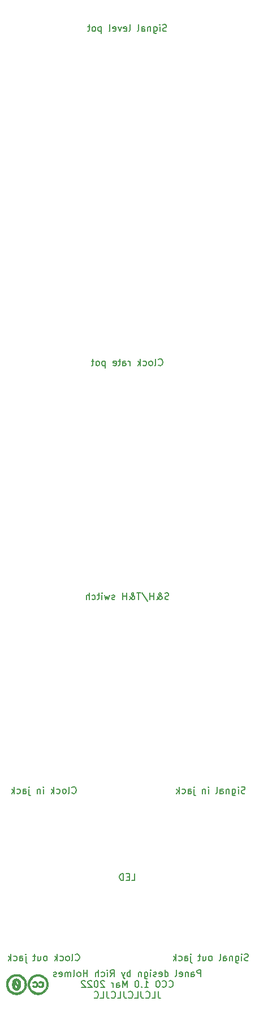
<source format=gbo>
G04 #@! TF.GenerationSoftware,KiCad,Pcbnew,6.0.4-6f826c9f35~116~ubuntu20.04.1*
G04 #@! TF.CreationDate,2022-04-20T21:21:03-04:00*
G04 #@! TF.ProjectId,yash_panel,79617368-5f70-4616-9e65-6c2e6b696361,rev?*
G04 #@! TF.SameCoordinates,Original*
G04 #@! TF.FileFunction,Legend,Bot*
G04 #@! TF.FilePolarity,Positive*
%FSLAX46Y46*%
G04 Gerber Fmt 4.6, Leading zero omitted, Abs format (unit mm)*
G04 Created by KiCad (PCBNEW 6.0.4-6f826c9f35~116~ubuntu20.04.1) date 2022-04-20 21:21:03*
%MOMM*%
%LPD*%
G01*
G04 APERTURE LIST*
%ADD10C,0.150000*%
%ADD11C,0.010000*%
G04 APERTURE END LIST*
D10*
X46957142Y-55004761D02*
X46814285Y-55052380D01*
X46576190Y-55052380D01*
X46480952Y-55004761D01*
X46433333Y-54957142D01*
X46385714Y-54861904D01*
X46385714Y-54766666D01*
X46433333Y-54671428D01*
X46480952Y-54623809D01*
X46576190Y-54576190D01*
X46766666Y-54528571D01*
X46861904Y-54480952D01*
X46909523Y-54433333D01*
X46957142Y-54338095D01*
X46957142Y-54242857D01*
X46909523Y-54147619D01*
X46861904Y-54100000D01*
X46766666Y-54052380D01*
X46528571Y-54052380D01*
X46385714Y-54100000D01*
X45957142Y-55052380D02*
X45957142Y-54385714D01*
X45957142Y-54052380D02*
X46004761Y-54100000D01*
X45957142Y-54147619D01*
X45909523Y-54100000D01*
X45957142Y-54052380D01*
X45957142Y-54147619D01*
X45052380Y-54385714D02*
X45052380Y-55195238D01*
X45100000Y-55290476D01*
X45147619Y-55338095D01*
X45242857Y-55385714D01*
X45385714Y-55385714D01*
X45480952Y-55338095D01*
X45052380Y-55004761D02*
X45147619Y-55052380D01*
X45338095Y-55052380D01*
X45433333Y-55004761D01*
X45480952Y-54957142D01*
X45528571Y-54861904D01*
X45528571Y-54576190D01*
X45480952Y-54480952D01*
X45433333Y-54433333D01*
X45338095Y-54385714D01*
X45147619Y-54385714D01*
X45052380Y-54433333D01*
X44576190Y-54385714D02*
X44576190Y-55052380D01*
X44576190Y-54480952D02*
X44528571Y-54433333D01*
X44433333Y-54385714D01*
X44290476Y-54385714D01*
X44195238Y-54433333D01*
X44147619Y-54528571D01*
X44147619Y-55052380D01*
X43242857Y-55052380D02*
X43242857Y-54528571D01*
X43290476Y-54433333D01*
X43385714Y-54385714D01*
X43576190Y-54385714D01*
X43671428Y-54433333D01*
X43242857Y-55004761D02*
X43338095Y-55052380D01*
X43576190Y-55052380D01*
X43671428Y-55004761D01*
X43719047Y-54909523D01*
X43719047Y-54814285D01*
X43671428Y-54719047D01*
X43576190Y-54671428D01*
X43338095Y-54671428D01*
X43242857Y-54623809D01*
X42623809Y-55052380D02*
X42719047Y-55004761D01*
X42766666Y-54909523D01*
X42766666Y-54052380D01*
X41338095Y-55052380D02*
X41433333Y-55004761D01*
X41480952Y-54909523D01*
X41480952Y-54052380D01*
X40576190Y-55004761D02*
X40671428Y-55052380D01*
X40861904Y-55052380D01*
X40957142Y-55004761D01*
X41004761Y-54909523D01*
X41004761Y-54528571D01*
X40957142Y-54433333D01*
X40861904Y-54385714D01*
X40671428Y-54385714D01*
X40576190Y-54433333D01*
X40528571Y-54528571D01*
X40528571Y-54623809D01*
X41004761Y-54719047D01*
X40195238Y-54385714D02*
X39957142Y-55052380D01*
X39719047Y-54385714D01*
X38957142Y-55004761D02*
X39052380Y-55052380D01*
X39242857Y-55052380D01*
X39338095Y-55004761D01*
X39385714Y-54909523D01*
X39385714Y-54528571D01*
X39338095Y-54433333D01*
X39242857Y-54385714D01*
X39052380Y-54385714D01*
X38957142Y-54433333D01*
X38909523Y-54528571D01*
X38909523Y-54623809D01*
X39385714Y-54719047D01*
X38338095Y-55052380D02*
X38433333Y-55004761D01*
X38480952Y-54909523D01*
X38480952Y-54052380D01*
X37195238Y-54385714D02*
X37195238Y-55385714D01*
X37195238Y-54433333D02*
X37100000Y-54385714D01*
X36909523Y-54385714D01*
X36814285Y-54433333D01*
X36766666Y-54480952D01*
X36719047Y-54576190D01*
X36719047Y-54861904D01*
X36766666Y-54957142D01*
X36814285Y-55004761D01*
X36909523Y-55052380D01*
X37100000Y-55052380D01*
X37195238Y-55004761D01*
X36147619Y-55052380D02*
X36242857Y-55004761D01*
X36290476Y-54957142D01*
X36338095Y-54861904D01*
X36338095Y-54576190D01*
X36290476Y-54480952D01*
X36242857Y-54433333D01*
X36147619Y-54385714D01*
X36004761Y-54385714D01*
X35909523Y-54433333D01*
X35861904Y-54480952D01*
X35814285Y-54576190D01*
X35814285Y-54861904D01*
X35861904Y-54957142D01*
X35909523Y-55004761D01*
X36004761Y-55052380D01*
X36147619Y-55052380D01*
X35528571Y-54385714D02*
X35147619Y-54385714D01*
X35385714Y-54052380D02*
X35385714Y-54909523D01*
X35338095Y-55004761D01*
X35242857Y-55052380D01*
X35147619Y-55052380D01*
X32814285Y-168957142D02*
X32861904Y-169004761D01*
X33004761Y-169052380D01*
X33100000Y-169052380D01*
X33242857Y-169004761D01*
X33338095Y-168909523D01*
X33385714Y-168814285D01*
X33433333Y-168623809D01*
X33433333Y-168480952D01*
X33385714Y-168290476D01*
X33338095Y-168195238D01*
X33242857Y-168100000D01*
X33100000Y-168052380D01*
X33004761Y-168052380D01*
X32861904Y-168100000D01*
X32814285Y-168147619D01*
X32242857Y-169052380D02*
X32338095Y-169004761D01*
X32385714Y-168909523D01*
X32385714Y-168052380D01*
X31719047Y-169052380D02*
X31814285Y-169004761D01*
X31861904Y-168957142D01*
X31909523Y-168861904D01*
X31909523Y-168576190D01*
X31861904Y-168480952D01*
X31814285Y-168433333D01*
X31719047Y-168385714D01*
X31576190Y-168385714D01*
X31480952Y-168433333D01*
X31433333Y-168480952D01*
X31385714Y-168576190D01*
X31385714Y-168861904D01*
X31433333Y-168957142D01*
X31480952Y-169004761D01*
X31576190Y-169052380D01*
X31719047Y-169052380D01*
X30528571Y-169004761D02*
X30623809Y-169052380D01*
X30814285Y-169052380D01*
X30909523Y-169004761D01*
X30957142Y-168957142D01*
X31004761Y-168861904D01*
X31004761Y-168576190D01*
X30957142Y-168480952D01*
X30909523Y-168433333D01*
X30814285Y-168385714D01*
X30623809Y-168385714D01*
X30528571Y-168433333D01*
X30100000Y-169052380D02*
X30100000Y-168052380D01*
X30004761Y-168671428D02*
X29719047Y-169052380D01*
X29719047Y-168385714D02*
X30100000Y-168766666D01*
X28528571Y-169052380D02*
X28528571Y-168385714D01*
X28528571Y-168052380D02*
X28576190Y-168100000D01*
X28528571Y-168147619D01*
X28480952Y-168100000D01*
X28528571Y-168052380D01*
X28528571Y-168147619D01*
X28052380Y-168385714D02*
X28052380Y-169052380D01*
X28052380Y-168480952D02*
X28004761Y-168433333D01*
X27909523Y-168385714D01*
X27766666Y-168385714D01*
X27671428Y-168433333D01*
X27623809Y-168528571D01*
X27623809Y-169052380D01*
X26385714Y-168385714D02*
X26385714Y-169242857D01*
X26433333Y-169338095D01*
X26528571Y-169385714D01*
X26576190Y-169385714D01*
X26385714Y-168052380D02*
X26433333Y-168100000D01*
X26385714Y-168147619D01*
X26338095Y-168100000D01*
X26385714Y-168052380D01*
X26385714Y-168147619D01*
X25480952Y-169052380D02*
X25480952Y-168528571D01*
X25528571Y-168433333D01*
X25623809Y-168385714D01*
X25814285Y-168385714D01*
X25909523Y-168433333D01*
X25480952Y-169004761D02*
X25576190Y-169052380D01*
X25814285Y-169052380D01*
X25909523Y-169004761D01*
X25957142Y-168909523D01*
X25957142Y-168814285D01*
X25909523Y-168719047D01*
X25814285Y-168671428D01*
X25576190Y-168671428D01*
X25480952Y-168623809D01*
X24576190Y-169004761D02*
X24671428Y-169052380D01*
X24861904Y-169052380D01*
X24957142Y-169004761D01*
X25004761Y-168957142D01*
X25052380Y-168861904D01*
X25052380Y-168576190D01*
X25004761Y-168480952D01*
X24957142Y-168433333D01*
X24861904Y-168385714D01*
X24671428Y-168385714D01*
X24576190Y-168433333D01*
X24147619Y-169052380D02*
X24147619Y-168052380D01*
X24052380Y-168671428D02*
X23766666Y-169052380D01*
X23766666Y-168385714D02*
X24147619Y-168766666D01*
X33314285Y-193957142D02*
X33361904Y-194004761D01*
X33504761Y-194052380D01*
X33600000Y-194052380D01*
X33742857Y-194004761D01*
X33838095Y-193909523D01*
X33885714Y-193814285D01*
X33933333Y-193623809D01*
X33933333Y-193480952D01*
X33885714Y-193290476D01*
X33838095Y-193195238D01*
X33742857Y-193100000D01*
X33600000Y-193052380D01*
X33504761Y-193052380D01*
X33361904Y-193100000D01*
X33314285Y-193147619D01*
X32742857Y-194052380D02*
X32838095Y-194004761D01*
X32885714Y-193909523D01*
X32885714Y-193052380D01*
X32219047Y-194052380D02*
X32314285Y-194004761D01*
X32361904Y-193957142D01*
X32409523Y-193861904D01*
X32409523Y-193576190D01*
X32361904Y-193480952D01*
X32314285Y-193433333D01*
X32219047Y-193385714D01*
X32076190Y-193385714D01*
X31980952Y-193433333D01*
X31933333Y-193480952D01*
X31885714Y-193576190D01*
X31885714Y-193861904D01*
X31933333Y-193957142D01*
X31980952Y-194004761D01*
X32076190Y-194052380D01*
X32219047Y-194052380D01*
X31028571Y-194004761D02*
X31123809Y-194052380D01*
X31314285Y-194052380D01*
X31409523Y-194004761D01*
X31457142Y-193957142D01*
X31504761Y-193861904D01*
X31504761Y-193576190D01*
X31457142Y-193480952D01*
X31409523Y-193433333D01*
X31314285Y-193385714D01*
X31123809Y-193385714D01*
X31028571Y-193433333D01*
X30600000Y-194052380D02*
X30600000Y-193052380D01*
X30504761Y-193671428D02*
X30219047Y-194052380D01*
X30219047Y-193385714D02*
X30600000Y-193766666D01*
X28885714Y-194052380D02*
X28980952Y-194004761D01*
X29028571Y-193957142D01*
X29076190Y-193861904D01*
X29076190Y-193576190D01*
X29028571Y-193480952D01*
X28980952Y-193433333D01*
X28885714Y-193385714D01*
X28742857Y-193385714D01*
X28647619Y-193433333D01*
X28600000Y-193480952D01*
X28552380Y-193576190D01*
X28552380Y-193861904D01*
X28600000Y-193957142D01*
X28647619Y-194004761D01*
X28742857Y-194052380D01*
X28885714Y-194052380D01*
X27695238Y-193385714D02*
X27695238Y-194052380D01*
X28123809Y-193385714D02*
X28123809Y-193909523D01*
X28076190Y-194004761D01*
X27980952Y-194052380D01*
X27838095Y-194052380D01*
X27742857Y-194004761D01*
X27695238Y-193957142D01*
X27361904Y-193385714D02*
X26980952Y-193385714D01*
X27219047Y-193052380D02*
X27219047Y-193909523D01*
X27171428Y-194004761D01*
X27076190Y-194052380D01*
X26980952Y-194052380D01*
X25885714Y-193385714D02*
X25885714Y-194242857D01*
X25933333Y-194338095D01*
X26028571Y-194385714D01*
X26076190Y-194385714D01*
X25885714Y-193052380D02*
X25933333Y-193100000D01*
X25885714Y-193147619D01*
X25838095Y-193100000D01*
X25885714Y-193052380D01*
X25885714Y-193147619D01*
X24980952Y-194052380D02*
X24980952Y-193528571D01*
X25028571Y-193433333D01*
X25123809Y-193385714D01*
X25314285Y-193385714D01*
X25409523Y-193433333D01*
X24980952Y-194004761D02*
X25076190Y-194052380D01*
X25314285Y-194052380D01*
X25409523Y-194004761D01*
X25457142Y-193909523D01*
X25457142Y-193814285D01*
X25409523Y-193719047D01*
X25314285Y-193671428D01*
X25076190Y-193671428D01*
X24980952Y-193623809D01*
X24076190Y-194004761D02*
X24171428Y-194052380D01*
X24361904Y-194052380D01*
X24457142Y-194004761D01*
X24504761Y-193957142D01*
X24552380Y-193861904D01*
X24552380Y-193576190D01*
X24504761Y-193480952D01*
X24457142Y-193433333D01*
X24361904Y-193385714D01*
X24171428Y-193385714D01*
X24076190Y-193433333D01*
X23647619Y-194052380D02*
X23647619Y-193052380D01*
X23552380Y-193671428D02*
X23266666Y-194052380D01*
X23266666Y-193385714D02*
X23647619Y-193766666D01*
X47290476Y-140004761D02*
X47147619Y-140052380D01*
X46909523Y-140052380D01*
X46814285Y-140004761D01*
X46766666Y-139957142D01*
X46719047Y-139861904D01*
X46719047Y-139766666D01*
X46766666Y-139671428D01*
X46814285Y-139623809D01*
X46909523Y-139576190D01*
X47100000Y-139528571D01*
X47195238Y-139480952D01*
X47242857Y-139433333D01*
X47290476Y-139338095D01*
X47290476Y-139242857D01*
X47242857Y-139147619D01*
X47195238Y-139100000D01*
X47100000Y-139052380D01*
X46861904Y-139052380D01*
X46719047Y-139100000D01*
X45480952Y-140052380D02*
X45528571Y-140052380D01*
X45623809Y-140004761D01*
X45766666Y-139861904D01*
X46004761Y-139576190D01*
X46100000Y-139433333D01*
X46147619Y-139290476D01*
X46147619Y-139195238D01*
X46100000Y-139100000D01*
X46004761Y-139052380D01*
X45957142Y-139052380D01*
X45861904Y-139100000D01*
X45814285Y-139195238D01*
X45814285Y-139242857D01*
X45861904Y-139338095D01*
X45909523Y-139385714D01*
X46195238Y-139576190D01*
X46242857Y-139623809D01*
X46290476Y-139719047D01*
X46290476Y-139861904D01*
X46242857Y-139957142D01*
X46195238Y-140004761D01*
X46100000Y-140052380D01*
X45957142Y-140052380D01*
X45861904Y-140004761D01*
X45814285Y-139957142D01*
X45671428Y-139766666D01*
X45623809Y-139623809D01*
X45623809Y-139528571D01*
X45052380Y-140052380D02*
X45052380Y-139052380D01*
X45052380Y-139528571D02*
X44480952Y-139528571D01*
X44480952Y-140052380D02*
X44480952Y-139052380D01*
X43290476Y-139004761D02*
X44147619Y-140290476D01*
X43100000Y-139052380D02*
X42528571Y-139052380D01*
X42814285Y-140052380D02*
X42814285Y-139052380D01*
X41385714Y-140052380D02*
X41433333Y-140052380D01*
X41528571Y-140004761D01*
X41671428Y-139861904D01*
X41909523Y-139576190D01*
X42004761Y-139433333D01*
X42052380Y-139290476D01*
X42052380Y-139195238D01*
X42004761Y-139100000D01*
X41909523Y-139052380D01*
X41861904Y-139052380D01*
X41766666Y-139100000D01*
X41719047Y-139195238D01*
X41719047Y-139242857D01*
X41766666Y-139338095D01*
X41814285Y-139385714D01*
X42100000Y-139576190D01*
X42147619Y-139623809D01*
X42195238Y-139719047D01*
X42195238Y-139861904D01*
X42147619Y-139957142D01*
X42100000Y-140004761D01*
X42004761Y-140052380D01*
X41861904Y-140052380D01*
X41766666Y-140004761D01*
X41719047Y-139957142D01*
X41576190Y-139766666D01*
X41528571Y-139623809D01*
X41528571Y-139528571D01*
X40957142Y-140052380D02*
X40957142Y-139052380D01*
X40957142Y-139528571D02*
X40385714Y-139528571D01*
X40385714Y-140052380D02*
X40385714Y-139052380D01*
X39195238Y-140004761D02*
X39100000Y-140052380D01*
X38909523Y-140052380D01*
X38814285Y-140004761D01*
X38766666Y-139909523D01*
X38766666Y-139861904D01*
X38814285Y-139766666D01*
X38909523Y-139719047D01*
X39052380Y-139719047D01*
X39147619Y-139671428D01*
X39195238Y-139576190D01*
X39195238Y-139528571D01*
X39147619Y-139433333D01*
X39052380Y-139385714D01*
X38909523Y-139385714D01*
X38814285Y-139433333D01*
X38433333Y-139385714D02*
X38242857Y-140052380D01*
X38052380Y-139576190D01*
X37861904Y-140052380D01*
X37671428Y-139385714D01*
X37290476Y-140052380D02*
X37290476Y-139385714D01*
X37290476Y-139052380D02*
X37338095Y-139100000D01*
X37290476Y-139147619D01*
X37242857Y-139100000D01*
X37290476Y-139052380D01*
X37290476Y-139147619D01*
X36957142Y-139385714D02*
X36576190Y-139385714D01*
X36814285Y-139052380D02*
X36814285Y-139909523D01*
X36766666Y-140004761D01*
X36671428Y-140052380D01*
X36576190Y-140052380D01*
X35814285Y-140004761D02*
X35909523Y-140052380D01*
X36100000Y-140052380D01*
X36195238Y-140004761D01*
X36242857Y-139957142D01*
X36290476Y-139861904D01*
X36290476Y-139576190D01*
X36242857Y-139480952D01*
X36195238Y-139433333D01*
X36100000Y-139385714D01*
X35909523Y-139385714D01*
X35814285Y-139433333D01*
X35385714Y-140052380D02*
X35385714Y-139052380D01*
X34957142Y-140052380D02*
X34957142Y-139528571D01*
X35004761Y-139433333D01*
X35100000Y-139385714D01*
X35242857Y-139385714D01*
X35338095Y-139433333D01*
X35385714Y-139480952D01*
X41742857Y-182052380D02*
X42219047Y-182052380D01*
X42219047Y-181052380D01*
X41409523Y-181528571D02*
X41076190Y-181528571D01*
X40933333Y-182052380D02*
X41409523Y-182052380D01*
X41409523Y-181052380D01*
X40933333Y-181052380D01*
X40504761Y-182052380D02*
X40504761Y-181052380D01*
X40266666Y-181052380D01*
X40123809Y-181100000D01*
X40028571Y-181195238D01*
X39980952Y-181290476D01*
X39933333Y-181480952D01*
X39933333Y-181623809D01*
X39980952Y-181814285D01*
X40028571Y-181909523D01*
X40123809Y-182004761D01*
X40266666Y-182052380D01*
X40504761Y-182052380D01*
X52100000Y-196442380D02*
X52100000Y-195442380D01*
X51719047Y-195442380D01*
X51623809Y-195490000D01*
X51576190Y-195537619D01*
X51528571Y-195632857D01*
X51528571Y-195775714D01*
X51576190Y-195870952D01*
X51623809Y-195918571D01*
X51719047Y-195966190D01*
X52100000Y-195966190D01*
X50671428Y-196442380D02*
X50671428Y-195918571D01*
X50719047Y-195823333D01*
X50814285Y-195775714D01*
X51004761Y-195775714D01*
X51100000Y-195823333D01*
X50671428Y-196394761D02*
X50766666Y-196442380D01*
X51004761Y-196442380D01*
X51100000Y-196394761D01*
X51147619Y-196299523D01*
X51147619Y-196204285D01*
X51100000Y-196109047D01*
X51004761Y-196061428D01*
X50766666Y-196061428D01*
X50671428Y-196013809D01*
X50195238Y-195775714D02*
X50195238Y-196442380D01*
X50195238Y-195870952D02*
X50147619Y-195823333D01*
X50052380Y-195775714D01*
X49909523Y-195775714D01*
X49814285Y-195823333D01*
X49766666Y-195918571D01*
X49766666Y-196442380D01*
X48909523Y-196394761D02*
X49004761Y-196442380D01*
X49195238Y-196442380D01*
X49290476Y-196394761D01*
X49338095Y-196299523D01*
X49338095Y-195918571D01*
X49290476Y-195823333D01*
X49195238Y-195775714D01*
X49004761Y-195775714D01*
X48909523Y-195823333D01*
X48861904Y-195918571D01*
X48861904Y-196013809D01*
X49338095Y-196109047D01*
X48290476Y-196442380D02*
X48385714Y-196394761D01*
X48433333Y-196299523D01*
X48433333Y-195442380D01*
X46719047Y-196442380D02*
X46719047Y-195442380D01*
X46719047Y-196394761D02*
X46814285Y-196442380D01*
X47004761Y-196442380D01*
X47100000Y-196394761D01*
X47147619Y-196347142D01*
X47195238Y-196251904D01*
X47195238Y-195966190D01*
X47147619Y-195870952D01*
X47100000Y-195823333D01*
X47004761Y-195775714D01*
X46814285Y-195775714D01*
X46719047Y-195823333D01*
X45861904Y-196394761D02*
X45957142Y-196442380D01*
X46147619Y-196442380D01*
X46242857Y-196394761D01*
X46290476Y-196299523D01*
X46290476Y-195918571D01*
X46242857Y-195823333D01*
X46147619Y-195775714D01*
X45957142Y-195775714D01*
X45861904Y-195823333D01*
X45814285Y-195918571D01*
X45814285Y-196013809D01*
X46290476Y-196109047D01*
X45433333Y-196394761D02*
X45338095Y-196442380D01*
X45147619Y-196442380D01*
X45052380Y-196394761D01*
X45004761Y-196299523D01*
X45004761Y-196251904D01*
X45052380Y-196156666D01*
X45147619Y-196109047D01*
X45290476Y-196109047D01*
X45385714Y-196061428D01*
X45433333Y-195966190D01*
X45433333Y-195918571D01*
X45385714Y-195823333D01*
X45290476Y-195775714D01*
X45147619Y-195775714D01*
X45052380Y-195823333D01*
X44576190Y-196442380D02*
X44576190Y-195775714D01*
X44576190Y-195442380D02*
X44623809Y-195490000D01*
X44576190Y-195537619D01*
X44528571Y-195490000D01*
X44576190Y-195442380D01*
X44576190Y-195537619D01*
X43671428Y-195775714D02*
X43671428Y-196585238D01*
X43719047Y-196680476D01*
X43766666Y-196728095D01*
X43861904Y-196775714D01*
X44004761Y-196775714D01*
X44100000Y-196728095D01*
X43671428Y-196394761D02*
X43766666Y-196442380D01*
X43957142Y-196442380D01*
X44052380Y-196394761D01*
X44100000Y-196347142D01*
X44147619Y-196251904D01*
X44147619Y-195966190D01*
X44100000Y-195870952D01*
X44052380Y-195823333D01*
X43957142Y-195775714D01*
X43766666Y-195775714D01*
X43671428Y-195823333D01*
X43195238Y-195775714D02*
X43195238Y-196442380D01*
X43195238Y-195870952D02*
X43147619Y-195823333D01*
X43052380Y-195775714D01*
X42909523Y-195775714D01*
X42814285Y-195823333D01*
X42766666Y-195918571D01*
X42766666Y-196442380D01*
X41528571Y-196442380D02*
X41528571Y-195442380D01*
X41528571Y-195823333D02*
X41433333Y-195775714D01*
X41242857Y-195775714D01*
X41147619Y-195823333D01*
X41100000Y-195870952D01*
X41052380Y-195966190D01*
X41052380Y-196251904D01*
X41100000Y-196347142D01*
X41147619Y-196394761D01*
X41242857Y-196442380D01*
X41433333Y-196442380D01*
X41528571Y-196394761D01*
X40719047Y-195775714D02*
X40480952Y-196442380D01*
X40242857Y-195775714D02*
X40480952Y-196442380D01*
X40576190Y-196680476D01*
X40623809Y-196728095D01*
X40719047Y-196775714D01*
X38528571Y-196442380D02*
X38861904Y-195966190D01*
X39100000Y-196442380D02*
X39100000Y-195442380D01*
X38719047Y-195442380D01*
X38623809Y-195490000D01*
X38576190Y-195537619D01*
X38528571Y-195632857D01*
X38528571Y-195775714D01*
X38576190Y-195870952D01*
X38623809Y-195918571D01*
X38719047Y-195966190D01*
X39100000Y-195966190D01*
X38100000Y-196442380D02*
X38100000Y-195775714D01*
X38100000Y-195442380D02*
X38147619Y-195490000D01*
X38100000Y-195537619D01*
X38052380Y-195490000D01*
X38100000Y-195442380D01*
X38100000Y-195537619D01*
X37195238Y-196394761D02*
X37290476Y-196442380D01*
X37480952Y-196442380D01*
X37576190Y-196394761D01*
X37623809Y-196347142D01*
X37671428Y-196251904D01*
X37671428Y-195966190D01*
X37623809Y-195870952D01*
X37576190Y-195823333D01*
X37480952Y-195775714D01*
X37290476Y-195775714D01*
X37195238Y-195823333D01*
X36766666Y-196442380D02*
X36766666Y-195442380D01*
X36338095Y-196442380D02*
X36338095Y-195918571D01*
X36385714Y-195823333D01*
X36480952Y-195775714D01*
X36623809Y-195775714D01*
X36719047Y-195823333D01*
X36766666Y-195870952D01*
X35100000Y-196442380D02*
X35100000Y-195442380D01*
X35100000Y-195918571D02*
X34528571Y-195918571D01*
X34528571Y-196442380D02*
X34528571Y-195442380D01*
X33909523Y-196442380D02*
X34004761Y-196394761D01*
X34052380Y-196347142D01*
X34100000Y-196251904D01*
X34100000Y-195966190D01*
X34052380Y-195870952D01*
X34004761Y-195823333D01*
X33909523Y-195775714D01*
X33766666Y-195775714D01*
X33671428Y-195823333D01*
X33623809Y-195870952D01*
X33576190Y-195966190D01*
X33576190Y-196251904D01*
X33623809Y-196347142D01*
X33671428Y-196394761D01*
X33766666Y-196442380D01*
X33909523Y-196442380D01*
X33004761Y-196442380D02*
X33100000Y-196394761D01*
X33147619Y-196299523D01*
X33147619Y-195442380D01*
X32623809Y-196442380D02*
X32623809Y-195775714D01*
X32623809Y-195870952D02*
X32576190Y-195823333D01*
X32480952Y-195775714D01*
X32338095Y-195775714D01*
X32242857Y-195823333D01*
X32195238Y-195918571D01*
X32195238Y-196442380D01*
X32195238Y-195918571D02*
X32147619Y-195823333D01*
X32052380Y-195775714D01*
X31909523Y-195775714D01*
X31814285Y-195823333D01*
X31766666Y-195918571D01*
X31766666Y-196442380D01*
X30909523Y-196394761D02*
X31004761Y-196442380D01*
X31195238Y-196442380D01*
X31290476Y-196394761D01*
X31338095Y-196299523D01*
X31338095Y-195918571D01*
X31290476Y-195823333D01*
X31195238Y-195775714D01*
X31004761Y-195775714D01*
X30909523Y-195823333D01*
X30861904Y-195918571D01*
X30861904Y-196013809D01*
X31338095Y-196109047D01*
X30480952Y-196394761D02*
X30385714Y-196442380D01*
X30195238Y-196442380D01*
X30100000Y-196394761D01*
X30052380Y-196299523D01*
X30052380Y-196251904D01*
X30100000Y-196156666D01*
X30195238Y-196109047D01*
X30338095Y-196109047D01*
X30433333Y-196061428D01*
X30480952Y-195966190D01*
X30480952Y-195918571D01*
X30433333Y-195823333D01*
X30338095Y-195775714D01*
X30195238Y-195775714D01*
X30100000Y-195823333D01*
X47338095Y-197957142D02*
X47385714Y-198004761D01*
X47528571Y-198052380D01*
X47623809Y-198052380D01*
X47766666Y-198004761D01*
X47861904Y-197909523D01*
X47909523Y-197814285D01*
X47957142Y-197623809D01*
X47957142Y-197480952D01*
X47909523Y-197290476D01*
X47861904Y-197195238D01*
X47766666Y-197100000D01*
X47623809Y-197052380D01*
X47528571Y-197052380D01*
X47385714Y-197100000D01*
X47338095Y-197147619D01*
X46338095Y-197957142D02*
X46385714Y-198004761D01*
X46528571Y-198052380D01*
X46623809Y-198052380D01*
X46766666Y-198004761D01*
X46861904Y-197909523D01*
X46909523Y-197814285D01*
X46957142Y-197623809D01*
X46957142Y-197480952D01*
X46909523Y-197290476D01*
X46861904Y-197195238D01*
X46766666Y-197100000D01*
X46623809Y-197052380D01*
X46528571Y-197052380D01*
X46385714Y-197100000D01*
X46338095Y-197147619D01*
X45719047Y-197052380D02*
X45623809Y-197052380D01*
X45528571Y-197100000D01*
X45480952Y-197147619D01*
X45433333Y-197242857D01*
X45385714Y-197433333D01*
X45385714Y-197671428D01*
X45433333Y-197861904D01*
X45480952Y-197957142D01*
X45528571Y-198004761D01*
X45623809Y-198052380D01*
X45719047Y-198052380D01*
X45814285Y-198004761D01*
X45861904Y-197957142D01*
X45909523Y-197861904D01*
X45957142Y-197671428D01*
X45957142Y-197433333D01*
X45909523Y-197242857D01*
X45861904Y-197147619D01*
X45814285Y-197100000D01*
X45719047Y-197052380D01*
X43671428Y-198052380D02*
X44242857Y-198052380D01*
X43957142Y-198052380D02*
X43957142Y-197052380D01*
X44052380Y-197195238D01*
X44147619Y-197290476D01*
X44242857Y-197338095D01*
X43242857Y-197957142D02*
X43195238Y-198004761D01*
X43242857Y-198052380D01*
X43290476Y-198004761D01*
X43242857Y-197957142D01*
X43242857Y-198052380D01*
X42576190Y-197052380D02*
X42480952Y-197052380D01*
X42385714Y-197100000D01*
X42338095Y-197147619D01*
X42290476Y-197242857D01*
X42242857Y-197433333D01*
X42242857Y-197671428D01*
X42290476Y-197861904D01*
X42338095Y-197957142D01*
X42385714Y-198004761D01*
X42480952Y-198052380D01*
X42576190Y-198052380D01*
X42671428Y-198004761D01*
X42719047Y-197957142D01*
X42766666Y-197861904D01*
X42814285Y-197671428D01*
X42814285Y-197433333D01*
X42766666Y-197242857D01*
X42719047Y-197147619D01*
X42671428Y-197100000D01*
X42576190Y-197052380D01*
X41052380Y-198052380D02*
X41052380Y-197052380D01*
X40719047Y-197766666D01*
X40385714Y-197052380D01*
X40385714Y-198052380D01*
X39480952Y-198052380D02*
X39480952Y-197528571D01*
X39528571Y-197433333D01*
X39623809Y-197385714D01*
X39814285Y-197385714D01*
X39909523Y-197433333D01*
X39480952Y-198004761D02*
X39576190Y-198052380D01*
X39814285Y-198052380D01*
X39909523Y-198004761D01*
X39957142Y-197909523D01*
X39957142Y-197814285D01*
X39909523Y-197719047D01*
X39814285Y-197671428D01*
X39576190Y-197671428D01*
X39480952Y-197623809D01*
X39004761Y-198052380D02*
X39004761Y-197385714D01*
X39004761Y-197576190D02*
X38957142Y-197480952D01*
X38909523Y-197433333D01*
X38814285Y-197385714D01*
X38719047Y-197385714D01*
X37671428Y-197147619D02*
X37623809Y-197100000D01*
X37528571Y-197052380D01*
X37290476Y-197052380D01*
X37195238Y-197100000D01*
X37147619Y-197147619D01*
X37100000Y-197242857D01*
X37100000Y-197338095D01*
X37147619Y-197480952D01*
X37719047Y-198052380D01*
X37100000Y-198052380D01*
X36480952Y-197052380D02*
X36385714Y-197052380D01*
X36290476Y-197100000D01*
X36242857Y-197147619D01*
X36195238Y-197242857D01*
X36147619Y-197433333D01*
X36147619Y-197671428D01*
X36195238Y-197861904D01*
X36242857Y-197957142D01*
X36290476Y-198004761D01*
X36385714Y-198052380D01*
X36480952Y-198052380D01*
X36576190Y-198004761D01*
X36623809Y-197957142D01*
X36671428Y-197861904D01*
X36719047Y-197671428D01*
X36719047Y-197433333D01*
X36671428Y-197242857D01*
X36623809Y-197147619D01*
X36576190Y-197100000D01*
X36480952Y-197052380D01*
X35766666Y-197147619D02*
X35719047Y-197100000D01*
X35623809Y-197052380D01*
X35385714Y-197052380D01*
X35290476Y-197100000D01*
X35242857Y-197147619D01*
X35195238Y-197242857D01*
X35195238Y-197338095D01*
X35242857Y-197480952D01*
X35814285Y-198052380D01*
X35195238Y-198052380D01*
X34814285Y-197147619D02*
X34766666Y-197100000D01*
X34671428Y-197052380D01*
X34433333Y-197052380D01*
X34338095Y-197100000D01*
X34290476Y-197147619D01*
X34242857Y-197242857D01*
X34242857Y-197338095D01*
X34290476Y-197480952D01*
X34861904Y-198052380D01*
X34242857Y-198052380D01*
X45719047Y-198662380D02*
X45719047Y-199376666D01*
X45766666Y-199519523D01*
X45861904Y-199614761D01*
X46004761Y-199662380D01*
X46100000Y-199662380D01*
X44766666Y-199662380D02*
X45242857Y-199662380D01*
X45242857Y-198662380D01*
X43861904Y-199567142D02*
X43909523Y-199614761D01*
X44052380Y-199662380D01*
X44147619Y-199662380D01*
X44290476Y-199614761D01*
X44385714Y-199519523D01*
X44433333Y-199424285D01*
X44480952Y-199233809D01*
X44480952Y-199090952D01*
X44433333Y-198900476D01*
X44385714Y-198805238D01*
X44290476Y-198710000D01*
X44147619Y-198662380D01*
X44052380Y-198662380D01*
X43909523Y-198710000D01*
X43861904Y-198757619D01*
X43147619Y-198662380D02*
X43147619Y-199376666D01*
X43195238Y-199519523D01*
X43290476Y-199614761D01*
X43433333Y-199662380D01*
X43528571Y-199662380D01*
X42195238Y-199662380D02*
X42671428Y-199662380D01*
X42671428Y-198662380D01*
X41290476Y-199567142D02*
X41338095Y-199614761D01*
X41480952Y-199662380D01*
X41576190Y-199662380D01*
X41719047Y-199614761D01*
X41814285Y-199519523D01*
X41861904Y-199424285D01*
X41909523Y-199233809D01*
X41909523Y-199090952D01*
X41861904Y-198900476D01*
X41814285Y-198805238D01*
X41719047Y-198710000D01*
X41576190Y-198662380D01*
X41480952Y-198662380D01*
X41338095Y-198710000D01*
X41290476Y-198757619D01*
X40576190Y-198662380D02*
X40576190Y-199376666D01*
X40623809Y-199519523D01*
X40719047Y-199614761D01*
X40861904Y-199662380D01*
X40957142Y-199662380D01*
X39623809Y-199662380D02*
X40100000Y-199662380D01*
X40100000Y-198662380D01*
X38719047Y-199567142D02*
X38766666Y-199614761D01*
X38909523Y-199662380D01*
X39004761Y-199662380D01*
X39147619Y-199614761D01*
X39242857Y-199519523D01*
X39290476Y-199424285D01*
X39338095Y-199233809D01*
X39338095Y-199090952D01*
X39290476Y-198900476D01*
X39242857Y-198805238D01*
X39147619Y-198710000D01*
X39004761Y-198662380D01*
X38909523Y-198662380D01*
X38766666Y-198710000D01*
X38719047Y-198757619D01*
X38004761Y-198662380D02*
X38004761Y-199376666D01*
X38052380Y-199519523D01*
X38147619Y-199614761D01*
X38290476Y-199662380D01*
X38385714Y-199662380D01*
X37052380Y-199662380D02*
X37528571Y-199662380D01*
X37528571Y-198662380D01*
X36147619Y-199567142D02*
X36195238Y-199614761D01*
X36338095Y-199662380D01*
X36433333Y-199662380D01*
X36576190Y-199614761D01*
X36671428Y-199519523D01*
X36719047Y-199424285D01*
X36766666Y-199233809D01*
X36766666Y-199090952D01*
X36719047Y-198900476D01*
X36671428Y-198805238D01*
X36576190Y-198710000D01*
X36433333Y-198662380D01*
X36338095Y-198662380D01*
X36195238Y-198710000D01*
X36147619Y-198757619D01*
X58719047Y-169004761D02*
X58576190Y-169052380D01*
X58338095Y-169052380D01*
X58242857Y-169004761D01*
X58195238Y-168957142D01*
X58147619Y-168861904D01*
X58147619Y-168766666D01*
X58195238Y-168671428D01*
X58242857Y-168623809D01*
X58338095Y-168576190D01*
X58528571Y-168528571D01*
X58623809Y-168480952D01*
X58671428Y-168433333D01*
X58719047Y-168338095D01*
X58719047Y-168242857D01*
X58671428Y-168147619D01*
X58623809Y-168100000D01*
X58528571Y-168052380D01*
X58290476Y-168052380D01*
X58147619Y-168100000D01*
X57719047Y-169052380D02*
X57719047Y-168385714D01*
X57719047Y-168052380D02*
X57766666Y-168100000D01*
X57719047Y-168147619D01*
X57671428Y-168100000D01*
X57719047Y-168052380D01*
X57719047Y-168147619D01*
X56814285Y-168385714D02*
X56814285Y-169195238D01*
X56861904Y-169290476D01*
X56909523Y-169338095D01*
X57004761Y-169385714D01*
X57147619Y-169385714D01*
X57242857Y-169338095D01*
X56814285Y-169004761D02*
X56909523Y-169052380D01*
X57100000Y-169052380D01*
X57195238Y-169004761D01*
X57242857Y-168957142D01*
X57290476Y-168861904D01*
X57290476Y-168576190D01*
X57242857Y-168480952D01*
X57195238Y-168433333D01*
X57100000Y-168385714D01*
X56909523Y-168385714D01*
X56814285Y-168433333D01*
X56338095Y-168385714D02*
X56338095Y-169052380D01*
X56338095Y-168480952D02*
X56290476Y-168433333D01*
X56195238Y-168385714D01*
X56052380Y-168385714D01*
X55957142Y-168433333D01*
X55909523Y-168528571D01*
X55909523Y-169052380D01*
X55004761Y-169052380D02*
X55004761Y-168528571D01*
X55052380Y-168433333D01*
X55147619Y-168385714D01*
X55338095Y-168385714D01*
X55433333Y-168433333D01*
X55004761Y-169004761D02*
X55100000Y-169052380D01*
X55338095Y-169052380D01*
X55433333Y-169004761D01*
X55480952Y-168909523D01*
X55480952Y-168814285D01*
X55433333Y-168719047D01*
X55338095Y-168671428D01*
X55100000Y-168671428D01*
X55004761Y-168623809D01*
X54385714Y-169052380D02*
X54480952Y-169004761D01*
X54528571Y-168909523D01*
X54528571Y-168052380D01*
X53242857Y-169052380D02*
X53242857Y-168385714D01*
X53242857Y-168052380D02*
X53290476Y-168100000D01*
X53242857Y-168147619D01*
X53195238Y-168100000D01*
X53242857Y-168052380D01*
X53242857Y-168147619D01*
X52766666Y-168385714D02*
X52766666Y-169052380D01*
X52766666Y-168480952D02*
X52719047Y-168433333D01*
X52623809Y-168385714D01*
X52480952Y-168385714D01*
X52385714Y-168433333D01*
X52338095Y-168528571D01*
X52338095Y-169052380D01*
X51100000Y-168385714D02*
X51100000Y-169242857D01*
X51147619Y-169338095D01*
X51242857Y-169385714D01*
X51290476Y-169385714D01*
X51100000Y-168052380D02*
X51147619Y-168100000D01*
X51100000Y-168147619D01*
X51052380Y-168100000D01*
X51100000Y-168052380D01*
X51100000Y-168147619D01*
X50195238Y-169052380D02*
X50195238Y-168528571D01*
X50242857Y-168433333D01*
X50338095Y-168385714D01*
X50528571Y-168385714D01*
X50623809Y-168433333D01*
X50195238Y-169004761D02*
X50290476Y-169052380D01*
X50528571Y-169052380D01*
X50623809Y-169004761D01*
X50671428Y-168909523D01*
X50671428Y-168814285D01*
X50623809Y-168719047D01*
X50528571Y-168671428D01*
X50290476Y-168671428D01*
X50195238Y-168623809D01*
X49290476Y-169004761D02*
X49385714Y-169052380D01*
X49576190Y-169052380D01*
X49671428Y-169004761D01*
X49719047Y-168957142D01*
X49766666Y-168861904D01*
X49766666Y-168576190D01*
X49719047Y-168480952D01*
X49671428Y-168433333D01*
X49576190Y-168385714D01*
X49385714Y-168385714D01*
X49290476Y-168433333D01*
X48861904Y-169052380D02*
X48861904Y-168052380D01*
X48766666Y-168671428D02*
X48480952Y-169052380D01*
X48480952Y-168385714D02*
X48861904Y-168766666D01*
X45766666Y-104957142D02*
X45814285Y-105004761D01*
X45957142Y-105052380D01*
X46052380Y-105052380D01*
X46195238Y-105004761D01*
X46290476Y-104909523D01*
X46338095Y-104814285D01*
X46385714Y-104623809D01*
X46385714Y-104480952D01*
X46338095Y-104290476D01*
X46290476Y-104195238D01*
X46195238Y-104100000D01*
X46052380Y-104052380D01*
X45957142Y-104052380D01*
X45814285Y-104100000D01*
X45766666Y-104147619D01*
X45195238Y-105052380D02*
X45290476Y-105004761D01*
X45338095Y-104909523D01*
X45338095Y-104052380D01*
X44671428Y-105052380D02*
X44766666Y-105004761D01*
X44814285Y-104957142D01*
X44861904Y-104861904D01*
X44861904Y-104576190D01*
X44814285Y-104480952D01*
X44766666Y-104433333D01*
X44671428Y-104385714D01*
X44528571Y-104385714D01*
X44433333Y-104433333D01*
X44385714Y-104480952D01*
X44338095Y-104576190D01*
X44338095Y-104861904D01*
X44385714Y-104957142D01*
X44433333Y-105004761D01*
X44528571Y-105052380D01*
X44671428Y-105052380D01*
X43480952Y-105004761D02*
X43576190Y-105052380D01*
X43766666Y-105052380D01*
X43861904Y-105004761D01*
X43909523Y-104957142D01*
X43957142Y-104861904D01*
X43957142Y-104576190D01*
X43909523Y-104480952D01*
X43861904Y-104433333D01*
X43766666Y-104385714D01*
X43576190Y-104385714D01*
X43480952Y-104433333D01*
X43052380Y-105052380D02*
X43052380Y-104052380D01*
X42957142Y-104671428D02*
X42671428Y-105052380D01*
X42671428Y-104385714D02*
X43052380Y-104766666D01*
X41480952Y-105052380D02*
X41480952Y-104385714D01*
X41480952Y-104576190D02*
X41433333Y-104480952D01*
X41385714Y-104433333D01*
X41290476Y-104385714D01*
X41195238Y-104385714D01*
X40433333Y-105052380D02*
X40433333Y-104528571D01*
X40480952Y-104433333D01*
X40576190Y-104385714D01*
X40766666Y-104385714D01*
X40861904Y-104433333D01*
X40433333Y-105004761D02*
X40528571Y-105052380D01*
X40766666Y-105052380D01*
X40861904Y-105004761D01*
X40909523Y-104909523D01*
X40909523Y-104814285D01*
X40861904Y-104719047D01*
X40766666Y-104671428D01*
X40528571Y-104671428D01*
X40433333Y-104623809D01*
X40100000Y-104385714D02*
X39719047Y-104385714D01*
X39957142Y-104052380D02*
X39957142Y-104909523D01*
X39909523Y-105004761D01*
X39814285Y-105052380D01*
X39719047Y-105052380D01*
X39004761Y-105004761D02*
X39100000Y-105052380D01*
X39290476Y-105052380D01*
X39385714Y-105004761D01*
X39433333Y-104909523D01*
X39433333Y-104528571D01*
X39385714Y-104433333D01*
X39290476Y-104385714D01*
X39100000Y-104385714D01*
X39004761Y-104433333D01*
X38957142Y-104528571D01*
X38957142Y-104623809D01*
X39433333Y-104719047D01*
X37766666Y-104385714D02*
X37766666Y-105385714D01*
X37766666Y-104433333D02*
X37671428Y-104385714D01*
X37480952Y-104385714D01*
X37385714Y-104433333D01*
X37338095Y-104480952D01*
X37290476Y-104576190D01*
X37290476Y-104861904D01*
X37338095Y-104957142D01*
X37385714Y-105004761D01*
X37480952Y-105052380D01*
X37671428Y-105052380D01*
X37766666Y-105004761D01*
X36719047Y-105052380D02*
X36814285Y-105004761D01*
X36861904Y-104957142D01*
X36909523Y-104861904D01*
X36909523Y-104576190D01*
X36861904Y-104480952D01*
X36814285Y-104433333D01*
X36719047Y-104385714D01*
X36576190Y-104385714D01*
X36480952Y-104433333D01*
X36433333Y-104480952D01*
X36385714Y-104576190D01*
X36385714Y-104861904D01*
X36433333Y-104957142D01*
X36480952Y-105004761D01*
X36576190Y-105052380D01*
X36719047Y-105052380D01*
X36100000Y-104385714D02*
X35719047Y-104385714D01*
X35957142Y-104052380D02*
X35957142Y-104909523D01*
X35909523Y-105004761D01*
X35814285Y-105052380D01*
X35719047Y-105052380D01*
X59219047Y-194004761D02*
X59076190Y-194052380D01*
X58838095Y-194052380D01*
X58742857Y-194004761D01*
X58695238Y-193957142D01*
X58647619Y-193861904D01*
X58647619Y-193766666D01*
X58695238Y-193671428D01*
X58742857Y-193623809D01*
X58838095Y-193576190D01*
X59028571Y-193528571D01*
X59123809Y-193480952D01*
X59171428Y-193433333D01*
X59219047Y-193338095D01*
X59219047Y-193242857D01*
X59171428Y-193147619D01*
X59123809Y-193100000D01*
X59028571Y-193052380D01*
X58790476Y-193052380D01*
X58647619Y-193100000D01*
X58219047Y-194052380D02*
X58219047Y-193385714D01*
X58219047Y-193052380D02*
X58266666Y-193100000D01*
X58219047Y-193147619D01*
X58171428Y-193100000D01*
X58219047Y-193052380D01*
X58219047Y-193147619D01*
X57314285Y-193385714D02*
X57314285Y-194195238D01*
X57361904Y-194290476D01*
X57409523Y-194338095D01*
X57504761Y-194385714D01*
X57647619Y-194385714D01*
X57742857Y-194338095D01*
X57314285Y-194004761D02*
X57409523Y-194052380D01*
X57600000Y-194052380D01*
X57695238Y-194004761D01*
X57742857Y-193957142D01*
X57790476Y-193861904D01*
X57790476Y-193576190D01*
X57742857Y-193480952D01*
X57695238Y-193433333D01*
X57600000Y-193385714D01*
X57409523Y-193385714D01*
X57314285Y-193433333D01*
X56838095Y-193385714D02*
X56838095Y-194052380D01*
X56838095Y-193480952D02*
X56790476Y-193433333D01*
X56695238Y-193385714D01*
X56552380Y-193385714D01*
X56457142Y-193433333D01*
X56409523Y-193528571D01*
X56409523Y-194052380D01*
X55504761Y-194052380D02*
X55504761Y-193528571D01*
X55552380Y-193433333D01*
X55647619Y-193385714D01*
X55838095Y-193385714D01*
X55933333Y-193433333D01*
X55504761Y-194004761D02*
X55600000Y-194052380D01*
X55838095Y-194052380D01*
X55933333Y-194004761D01*
X55980952Y-193909523D01*
X55980952Y-193814285D01*
X55933333Y-193719047D01*
X55838095Y-193671428D01*
X55600000Y-193671428D01*
X55504761Y-193623809D01*
X54885714Y-194052380D02*
X54980952Y-194004761D01*
X55028571Y-193909523D01*
X55028571Y-193052380D01*
X53600000Y-194052380D02*
X53695238Y-194004761D01*
X53742857Y-193957142D01*
X53790476Y-193861904D01*
X53790476Y-193576190D01*
X53742857Y-193480952D01*
X53695238Y-193433333D01*
X53600000Y-193385714D01*
X53457142Y-193385714D01*
X53361904Y-193433333D01*
X53314285Y-193480952D01*
X53266666Y-193576190D01*
X53266666Y-193861904D01*
X53314285Y-193957142D01*
X53361904Y-194004761D01*
X53457142Y-194052380D01*
X53600000Y-194052380D01*
X52409523Y-193385714D02*
X52409523Y-194052380D01*
X52838095Y-193385714D02*
X52838095Y-193909523D01*
X52790476Y-194004761D01*
X52695238Y-194052380D01*
X52552380Y-194052380D01*
X52457142Y-194004761D01*
X52409523Y-193957142D01*
X52076190Y-193385714D02*
X51695238Y-193385714D01*
X51933333Y-193052380D02*
X51933333Y-193909523D01*
X51885714Y-194004761D01*
X51790476Y-194052380D01*
X51695238Y-194052380D01*
X50600000Y-193385714D02*
X50600000Y-194242857D01*
X50647619Y-194338095D01*
X50742857Y-194385714D01*
X50790476Y-194385714D01*
X50600000Y-193052380D02*
X50647619Y-193100000D01*
X50600000Y-193147619D01*
X50552380Y-193100000D01*
X50600000Y-193052380D01*
X50600000Y-193147619D01*
X49695238Y-194052380D02*
X49695238Y-193528571D01*
X49742857Y-193433333D01*
X49838095Y-193385714D01*
X50028571Y-193385714D01*
X50123809Y-193433333D01*
X49695238Y-194004761D02*
X49790476Y-194052380D01*
X50028571Y-194052380D01*
X50123809Y-194004761D01*
X50171428Y-193909523D01*
X50171428Y-193814285D01*
X50123809Y-193719047D01*
X50028571Y-193671428D01*
X49790476Y-193671428D01*
X49695238Y-193623809D01*
X48790476Y-194004761D02*
X48885714Y-194052380D01*
X49076190Y-194052380D01*
X49171428Y-194004761D01*
X49219047Y-193957142D01*
X49266666Y-193861904D01*
X49266666Y-193576190D01*
X49219047Y-193480952D01*
X49171428Y-193433333D01*
X49076190Y-193385714D01*
X48885714Y-193385714D01*
X48790476Y-193433333D01*
X48361904Y-194052380D02*
X48361904Y-193052380D01*
X48266666Y-193671428D02*
X47980952Y-194052380D01*
X47980952Y-193385714D02*
X48361904Y-193766666D01*
G04 #@! TO.C,GRAF3*
G36*
X29214239Y-197890302D02*
G01*
X29151194Y-198114250D01*
X29052401Y-198326943D01*
X28918861Y-198525473D01*
X28751575Y-198706935D01*
X28750519Y-198707922D01*
X28572932Y-198849928D01*
X28374960Y-198965903D01*
X28165147Y-199051615D01*
X27952036Y-199102835D01*
X27892831Y-199109650D01*
X27761804Y-199114540D01*
X27617661Y-199109844D01*
X27476333Y-199096312D01*
X27353751Y-199074692D01*
X27211382Y-199032904D01*
X27000450Y-198939317D01*
X26804617Y-198814128D01*
X26628345Y-198661404D01*
X26476092Y-198485212D01*
X26352320Y-198289619D01*
X26261488Y-198078692D01*
X26241101Y-198014672D01*
X26226685Y-197957855D01*
X26217274Y-197899255D01*
X26211786Y-197829550D01*
X26209141Y-197739418D01*
X26208257Y-197619538D01*
X26208456Y-197600000D01*
X26464724Y-197600000D01*
X26470085Y-197760468D01*
X26493839Y-197920154D01*
X26539983Y-198065157D01*
X26612259Y-198206814D01*
X26714407Y-198356457D01*
X26784202Y-198438415D01*
X26919642Y-198560299D01*
X27076986Y-198667240D01*
X27245852Y-198752534D01*
X27415852Y-198809472D01*
X27458637Y-198818062D01*
X27540787Y-198829448D01*
X27633045Y-198838131D01*
X27723233Y-198843264D01*
X27799174Y-198844004D01*
X27848692Y-198839505D01*
X27871304Y-198834585D01*
X27927822Y-198822939D01*
X27995231Y-198809527D01*
X28011196Y-198805990D01*
X28086608Y-198783320D01*
X28176119Y-198749895D01*
X28263640Y-198711586D01*
X28285539Y-198700816D01*
X28461307Y-198590947D01*
X28618836Y-198450554D01*
X28753427Y-198285299D01*
X28860380Y-198100843D01*
X28934995Y-197902846D01*
X28948612Y-197838052D01*
X28960389Y-197719780D01*
X28962601Y-197586371D01*
X28955631Y-197451170D01*
X28939862Y-197327521D01*
X28915676Y-197228769D01*
X28870203Y-197115098D01*
X28767892Y-196930800D01*
X28639315Y-196765015D01*
X28489038Y-196621826D01*
X28321627Y-196505315D01*
X28141649Y-196419565D01*
X27953669Y-196368657D01*
X27859944Y-196357356D01*
X27717025Y-196352684D01*
X27570736Y-196359903D01*
X27434844Y-196378184D01*
X27323114Y-196406696D01*
X27257005Y-196431773D01*
X27056439Y-196534010D01*
X26880224Y-196666010D01*
X26730477Y-196825634D01*
X26609318Y-197010739D01*
X26518866Y-197219187D01*
X26504547Y-197262980D01*
X26484761Y-197335844D01*
X26472805Y-197407322D01*
X26466764Y-197490885D01*
X26464724Y-197600000D01*
X26208456Y-197600000D01*
X26209665Y-197481287D01*
X26216892Y-197350114D01*
X26231999Y-197239067D01*
X26256951Y-197138132D01*
X26293712Y-197037295D01*
X26344249Y-196926541D01*
X26357089Y-196900844D01*
X26481589Y-196698696D01*
X26633628Y-196521729D01*
X26809636Y-196371823D01*
X27006042Y-196250861D01*
X27219275Y-196160725D01*
X27445762Y-196103295D01*
X27681934Y-196080453D01*
X27924219Y-196094081D01*
X27952752Y-196098104D01*
X28178478Y-196148158D01*
X28383837Y-196229231D01*
X28574249Y-196343935D01*
X28755132Y-196494885D01*
X28784913Y-196523940D01*
X28945439Y-196707891D01*
X29070059Y-196904919D01*
X29160541Y-197118286D01*
X29218648Y-197351252D01*
X29229080Y-197420259D01*
X29237084Y-197586371D01*
X29240535Y-197658003D01*
X29214239Y-197890302D01*
G37*
D11*
X29214239Y-197890302D02*
X29151194Y-198114250D01*
X29052401Y-198326943D01*
X28918861Y-198525473D01*
X28751575Y-198706935D01*
X28750519Y-198707922D01*
X28572932Y-198849928D01*
X28374960Y-198965903D01*
X28165147Y-199051615D01*
X27952036Y-199102835D01*
X27892831Y-199109650D01*
X27761804Y-199114540D01*
X27617661Y-199109844D01*
X27476333Y-199096312D01*
X27353751Y-199074692D01*
X27211382Y-199032904D01*
X27000450Y-198939317D01*
X26804617Y-198814128D01*
X26628345Y-198661404D01*
X26476092Y-198485212D01*
X26352320Y-198289619D01*
X26261488Y-198078692D01*
X26241101Y-198014672D01*
X26226685Y-197957855D01*
X26217274Y-197899255D01*
X26211786Y-197829550D01*
X26209141Y-197739418D01*
X26208257Y-197619538D01*
X26208456Y-197600000D01*
X26464724Y-197600000D01*
X26470085Y-197760468D01*
X26493839Y-197920154D01*
X26539983Y-198065157D01*
X26612259Y-198206814D01*
X26714407Y-198356457D01*
X26784202Y-198438415D01*
X26919642Y-198560299D01*
X27076986Y-198667240D01*
X27245852Y-198752534D01*
X27415852Y-198809472D01*
X27458637Y-198818062D01*
X27540787Y-198829448D01*
X27633045Y-198838131D01*
X27723233Y-198843264D01*
X27799174Y-198844004D01*
X27848692Y-198839505D01*
X27871304Y-198834585D01*
X27927822Y-198822939D01*
X27995231Y-198809527D01*
X28011196Y-198805990D01*
X28086608Y-198783320D01*
X28176119Y-198749895D01*
X28263640Y-198711586D01*
X28285539Y-198700816D01*
X28461307Y-198590947D01*
X28618836Y-198450554D01*
X28753427Y-198285299D01*
X28860380Y-198100843D01*
X28934995Y-197902846D01*
X28948612Y-197838052D01*
X28960389Y-197719780D01*
X28962601Y-197586371D01*
X28955631Y-197451170D01*
X28939862Y-197327521D01*
X28915676Y-197228769D01*
X28870203Y-197115098D01*
X28767892Y-196930800D01*
X28639315Y-196765015D01*
X28489038Y-196621826D01*
X28321627Y-196505315D01*
X28141649Y-196419565D01*
X27953669Y-196368657D01*
X27859944Y-196357356D01*
X27717025Y-196352684D01*
X27570736Y-196359903D01*
X27434844Y-196378184D01*
X27323114Y-196406696D01*
X27257005Y-196431773D01*
X27056439Y-196534010D01*
X26880224Y-196666010D01*
X26730477Y-196825634D01*
X26609318Y-197010739D01*
X26518866Y-197219187D01*
X26504547Y-197262980D01*
X26484761Y-197335844D01*
X26472805Y-197407322D01*
X26466764Y-197490885D01*
X26464724Y-197600000D01*
X26208456Y-197600000D01*
X26209665Y-197481287D01*
X26216892Y-197350114D01*
X26231999Y-197239067D01*
X26256951Y-197138132D01*
X26293712Y-197037295D01*
X26344249Y-196926541D01*
X26357089Y-196900844D01*
X26481589Y-196698696D01*
X26633628Y-196521729D01*
X26809636Y-196371823D01*
X27006042Y-196250861D01*
X27219275Y-196160725D01*
X27445762Y-196103295D01*
X27681934Y-196080453D01*
X27924219Y-196094081D01*
X27952752Y-196098104D01*
X28178478Y-196148158D01*
X28383837Y-196229231D01*
X28574249Y-196343935D01*
X28755132Y-196494885D01*
X28784913Y-196523940D01*
X28945439Y-196707891D01*
X29070059Y-196904919D01*
X29160541Y-197118286D01*
X29218648Y-197351252D01*
X29229080Y-197420259D01*
X29237084Y-197586371D01*
X29240535Y-197658003D01*
X29214239Y-197890302D01*
G36*
X25928098Y-198013730D02*
G01*
X25850979Y-198226239D01*
X25741960Y-198426151D01*
X25601565Y-198609450D01*
X25430318Y-198772122D01*
X25358665Y-198826800D01*
X25148814Y-198953934D01*
X24922036Y-199046757D01*
X24682701Y-199103333D01*
X24629245Y-199109587D01*
X24497718Y-199113928D01*
X24351603Y-199107309D01*
X24206088Y-199090687D01*
X24076363Y-199065024D01*
X23989193Y-199039403D01*
X23783462Y-198952963D01*
X23587535Y-198835367D01*
X23408404Y-198691903D01*
X23253060Y-198527855D01*
X23128497Y-198348509D01*
X23121923Y-198336967D01*
X23030753Y-198136409D01*
X22971660Y-197920000D01*
X22944543Y-197693698D01*
X22946503Y-197598975D01*
X23207932Y-197598975D01*
X23222905Y-197800620D01*
X23271467Y-197998686D01*
X23354299Y-198189023D01*
X23472085Y-198367478D01*
X23511618Y-198414097D01*
X23645288Y-198539843D01*
X23802582Y-198651041D01*
X23972303Y-198740458D01*
X24143253Y-198800863D01*
X24260214Y-198825598D01*
X24479243Y-198842623D01*
X24695157Y-198821992D01*
X24903936Y-198764254D01*
X25101557Y-198669958D01*
X25108876Y-198665561D01*
X25200350Y-198599920D01*
X25300572Y-198512322D01*
X25398995Y-198413314D01*
X25485076Y-198313441D01*
X25548267Y-198223249D01*
X25632679Y-198050690D01*
X25694064Y-197845751D01*
X25719198Y-197634606D01*
X25707517Y-197422433D01*
X25658456Y-197214411D01*
X25633123Y-197147282D01*
X25550390Y-196987160D01*
X25441458Y-196831978D01*
X25313615Y-196690242D01*
X25174147Y-196570458D01*
X25030339Y-196481134D01*
X24974013Y-196454950D01*
X24772769Y-196387319D01*
X24563972Y-196353993D01*
X24353455Y-196354622D01*
X24147052Y-196388856D01*
X23950595Y-196456346D01*
X23769918Y-196556741D01*
X23612983Y-196682385D01*
X23470259Y-196839647D01*
X23357710Y-197014089D01*
X23276017Y-197201558D01*
X23225863Y-197397904D01*
X23207932Y-197598975D01*
X22946503Y-197598975D01*
X22949306Y-197463459D01*
X22985850Y-197235241D01*
X23054077Y-197014999D01*
X23153888Y-196808692D01*
X23220353Y-196710982D01*
X23317359Y-196595134D01*
X23428792Y-196481493D01*
X23544068Y-196380779D01*
X23652602Y-196303708D01*
X23722761Y-196263945D01*
X23934872Y-196172319D01*
X24162551Y-196111587D01*
X24398289Y-196082853D01*
X24634579Y-196087219D01*
X24863914Y-196125788D01*
X24885476Y-196131460D01*
X25065418Y-196197626D01*
X25245551Y-196294696D01*
X25417123Y-196416554D01*
X25571384Y-196557078D01*
X25699584Y-196710151D01*
X25816833Y-196902756D01*
X25907082Y-197118025D01*
X25962808Y-197340772D01*
X25984536Y-197566982D01*
X25981016Y-197634606D01*
X25972791Y-197792639D01*
X25928098Y-198013730D01*
G37*
X25928098Y-198013730D02*
X25850979Y-198226239D01*
X25741960Y-198426151D01*
X25601565Y-198609450D01*
X25430318Y-198772122D01*
X25358665Y-198826800D01*
X25148814Y-198953934D01*
X24922036Y-199046757D01*
X24682701Y-199103333D01*
X24629245Y-199109587D01*
X24497718Y-199113928D01*
X24351603Y-199107309D01*
X24206088Y-199090687D01*
X24076363Y-199065024D01*
X23989193Y-199039403D01*
X23783462Y-198952963D01*
X23587535Y-198835367D01*
X23408404Y-198691903D01*
X23253060Y-198527855D01*
X23128497Y-198348509D01*
X23121923Y-198336967D01*
X23030753Y-198136409D01*
X22971660Y-197920000D01*
X22944543Y-197693698D01*
X22946503Y-197598975D01*
X23207932Y-197598975D01*
X23222905Y-197800620D01*
X23271467Y-197998686D01*
X23354299Y-198189023D01*
X23472085Y-198367478D01*
X23511618Y-198414097D01*
X23645288Y-198539843D01*
X23802582Y-198651041D01*
X23972303Y-198740458D01*
X24143253Y-198800863D01*
X24260214Y-198825598D01*
X24479243Y-198842623D01*
X24695157Y-198821992D01*
X24903936Y-198764254D01*
X25101557Y-198669958D01*
X25108876Y-198665561D01*
X25200350Y-198599920D01*
X25300572Y-198512322D01*
X25398995Y-198413314D01*
X25485076Y-198313441D01*
X25548267Y-198223249D01*
X25632679Y-198050690D01*
X25694064Y-197845751D01*
X25719198Y-197634606D01*
X25707517Y-197422433D01*
X25658456Y-197214411D01*
X25633123Y-197147282D01*
X25550390Y-196987160D01*
X25441458Y-196831978D01*
X25313615Y-196690242D01*
X25174147Y-196570458D01*
X25030339Y-196481134D01*
X24974013Y-196454950D01*
X24772769Y-196387319D01*
X24563972Y-196353993D01*
X24353455Y-196354622D01*
X24147052Y-196388856D01*
X23950595Y-196456346D01*
X23769918Y-196556741D01*
X23612983Y-196682385D01*
X23470259Y-196839647D01*
X23357710Y-197014089D01*
X23276017Y-197201558D01*
X23225863Y-197397904D01*
X23207932Y-197598975D01*
X22946503Y-197598975D01*
X22949306Y-197463459D01*
X22985850Y-197235241D01*
X23054077Y-197014999D01*
X23153888Y-196808692D01*
X23220353Y-196710982D01*
X23317359Y-196595134D01*
X23428792Y-196481493D01*
X23544068Y-196380779D01*
X23652602Y-196303708D01*
X23722761Y-196263945D01*
X23934872Y-196172319D01*
X24162551Y-196111587D01*
X24398289Y-196082853D01*
X24634579Y-196087219D01*
X24863914Y-196125788D01*
X24885476Y-196131460D01*
X25065418Y-196197626D01*
X25245551Y-196294696D01*
X25417123Y-196416554D01*
X25571384Y-196557078D01*
X25699584Y-196710151D01*
X25816833Y-196902756D01*
X25907082Y-197118025D01*
X25962808Y-197340772D01*
X25984536Y-197566982D01*
X25981016Y-197634606D01*
X25972791Y-197792639D01*
X25928098Y-198013730D01*
G36*
X28211332Y-197138433D02*
G01*
X28330981Y-197174047D01*
X28433280Y-197239869D01*
X28512411Y-197333898D01*
X28513931Y-197336398D01*
X28549251Y-197404936D01*
X28568911Y-197474717D01*
X28578269Y-197564501D01*
X28579597Y-197606835D01*
X28565242Y-197746736D01*
X28520464Y-197862318D01*
X28445027Y-197954034D01*
X28338695Y-198022334D01*
X28323988Y-198028916D01*
X28194244Y-198064942D01*
X28065441Y-198062801D01*
X27941914Y-198023137D01*
X27827998Y-197946592D01*
X27790081Y-197911448D01*
X27754834Y-197874078D01*
X27741231Y-197852736D01*
X27744755Y-197845796D01*
X27773096Y-197822496D01*
X27820557Y-197794786D01*
X27899883Y-197754317D01*
X27967775Y-197813928D01*
X28003904Y-197841518D01*
X28081404Y-197872549D01*
X28157933Y-197864544D01*
X28233179Y-197817499D01*
X28264231Y-197786901D01*
X28285977Y-197752001D01*
X28297588Y-197704710D01*
X28304160Y-197631687D01*
X28305949Y-197566390D01*
X28294410Y-197468778D01*
X28262338Y-197399575D01*
X28208372Y-197354847D01*
X28132889Y-197329439D01*
X28060737Y-197338519D01*
X27988507Y-197385023D01*
X27921809Y-197443585D01*
X27831679Y-197393211D01*
X27809064Y-197380299D01*
X27768257Y-197352581D01*
X27754405Y-197330461D01*
X27761191Y-197306135D01*
X27777964Y-197281844D01*
X27834173Y-197230000D01*
X27907960Y-197183771D01*
X27985462Y-197152643D01*
X28080151Y-197135030D01*
X28211332Y-197138433D01*
G37*
X28211332Y-197138433D02*
X28330981Y-197174047D01*
X28433280Y-197239869D01*
X28512411Y-197333898D01*
X28513931Y-197336398D01*
X28549251Y-197404936D01*
X28568911Y-197474717D01*
X28578269Y-197564501D01*
X28579597Y-197606835D01*
X28565242Y-197746736D01*
X28520464Y-197862318D01*
X28445027Y-197954034D01*
X28338695Y-198022334D01*
X28323988Y-198028916D01*
X28194244Y-198064942D01*
X28065441Y-198062801D01*
X27941914Y-198023137D01*
X27827998Y-197946592D01*
X27790081Y-197911448D01*
X27754834Y-197874078D01*
X27741231Y-197852736D01*
X27744755Y-197845796D01*
X27773096Y-197822496D01*
X27820557Y-197794786D01*
X27899883Y-197754317D01*
X27967775Y-197813928D01*
X28003904Y-197841518D01*
X28081404Y-197872549D01*
X28157933Y-197864544D01*
X28233179Y-197817499D01*
X28264231Y-197786901D01*
X28285977Y-197752001D01*
X28297588Y-197704710D01*
X28304160Y-197631687D01*
X28305949Y-197566390D01*
X28294410Y-197468778D01*
X28262338Y-197399575D01*
X28208372Y-197354847D01*
X28132889Y-197329439D01*
X28060737Y-197338519D01*
X27988507Y-197385023D01*
X27921809Y-197443585D01*
X27831679Y-197393211D01*
X27809064Y-197380299D01*
X27768257Y-197352581D01*
X27754405Y-197330461D01*
X27761191Y-197306135D01*
X27777964Y-197281844D01*
X27834173Y-197230000D01*
X27907960Y-197183771D01*
X27985462Y-197152643D01*
X28080151Y-197135030D01*
X28211332Y-197138433D01*
G36*
X24942941Y-198222255D02*
G01*
X24852785Y-198327434D01*
X24809094Y-198365485D01*
X24746195Y-198411095D01*
X24684600Y-198439781D01*
X24609283Y-198459705D01*
X24531329Y-198468967D01*
X24418276Y-198466619D01*
X24305941Y-198450276D01*
X24212792Y-198421706D01*
X24166924Y-198398346D01*
X24060509Y-198314342D01*
X23973289Y-198198191D01*
X23906600Y-198051964D01*
X23861779Y-197877732D01*
X23849484Y-197801356D01*
X23836482Y-197663482D01*
X23837998Y-197547802D01*
X24189697Y-197547802D01*
X24192197Y-197658843D01*
X24201250Y-197773359D01*
X24215890Y-197877223D01*
X24235151Y-197956308D01*
X24245795Y-197982909D01*
X24283099Y-198048793D01*
X24325245Y-198097962D01*
X24358571Y-198120334D01*
X24425111Y-198143004D01*
X24493708Y-198145931D01*
X24554685Y-198130658D01*
X24598366Y-198098731D01*
X24615077Y-198051694D01*
X24614629Y-198049321D01*
X24601331Y-198019360D01*
X24571760Y-197962368D01*
X24528881Y-197883798D01*
X24475656Y-197789104D01*
X24415052Y-197683738D01*
X24215027Y-197339702D01*
X24198892Y-197425889D01*
X24194716Y-197454362D01*
X24189697Y-197547802D01*
X23837998Y-197547802D01*
X23838268Y-197527178D01*
X23854570Y-197373464D01*
X23872779Y-197268883D01*
X23915128Y-197125434D01*
X24372053Y-197125434D01*
X24376125Y-197153967D01*
X24390655Y-197194906D01*
X24417835Y-197253656D01*
X24459859Y-197335619D01*
X24518921Y-197446196D01*
X24567438Y-197536263D01*
X24624124Y-197641045D01*
X24665921Y-197716164D01*
X24695189Y-197764330D01*
X24714288Y-197788254D01*
X24725578Y-197790645D01*
X24731418Y-197774212D01*
X24734167Y-197741666D01*
X24736185Y-197695716D01*
X24738146Y-197634984D01*
X24733451Y-197472686D01*
X24714163Y-197332535D01*
X24681276Y-197218397D01*
X24635785Y-197134136D01*
X24578683Y-197083617D01*
X24544564Y-197068352D01*
X24472173Y-197052645D01*
X24414080Y-197063197D01*
X24378145Y-197099389D01*
X24376246Y-197103908D01*
X24372053Y-197125434D01*
X23915128Y-197125434D01*
X23922002Y-197102151D01*
X23992347Y-196966970D01*
X24084604Y-196861996D01*
X24199562Y-196785884D01*
X24258500Y-196759197D01*
X24316567Y-196741437D01*
X24381189Y-196733741D01*
X24468539Y-196732925D01*
X24579434Y-196739819D01*
X24679519Y-196762242D01*
X24766009Y-196804584D01*
X24851492Y-196871396D01*
X24899538Y-196920506D01*
X24982214Y-197044339D01*
X25040721Y-197197138D01*
X25075312Y-197379678D01*
X25086238Y-197592731D01*
X25084805Y-197634984D01*
X25081480Y-197733041D01*
X25056836Y-197926483D01*
X25021390Y-198051694D01*
X25010807Y-198089080D01*
X24942941Y-198222255D01*
G37*
X24942941Y-198222255D02*
X24852785Y-198327434D01*
X24809094Y-198365485D01*
X24746195Y-198411095D01*
X24684600Y-198439781D01*
X24609283Y-198459705D01*
X24531329Y-198468967D01*
X24418276Y-198466619D01*
X24305941Y-198450276D01*
X24212792Y-198421706D01*
X24166924Y-198398346D01*
X24060509Y-198314342D01*
X23973289Y-198198191D01*
X23906600Y-198051964D01*
X23861779Y-197877732D01*
X23849484Y-197801356D01*
X23836482Y-197663482D01*
X23837998Y-197547802D01*
X24189697Y-197547802D01*
X24192197Y-197658843D01*
X24201250Y-197773359D01*
X24215890Y-197877223D01*
X24235151Y-197956308D01*
X24245795Y-197982909D01*
X24283099Y-198048793D01*
X24325245Y-198097962D01*
X24358571Y-198120334D01*
X24425111Y-198143004D01*
X24493708Y-198145931D01*
X24554685Y-198130658D01*
X24598366Y-198098731D01*
X24615077Y-198051694D01*
X24614629Y-198049321D01*
X24601331Y-198019360D01*
X24571760Y-197962368D01*
X24528881Y-197883798D01*
X24475656Y-197789104D01*
X24415052Y-197683738D01*
X24215027Y-197339702D01*
X24198892Y-197425889D01*
X24194716Y-197454362D01*
X24189697Y-197547802D01*
X23837998Y-197547802D01*
X23838268Y-197527178D01*
X23854570Y-197373464D01*
X23872779Y-197268883D01*
X23915128Y-197125434D01*
X24372053Y-197125434D01*
X24376125Y-197153967D01*
X24390655Y-197194906D01*
X24417835Y-197253656D01*
X24459859Y-197335619D01*
X24518921Y-197446196D01*
X24567438Y-197536263D01*
X24624124Y-197641045D01*
X24665921Y-197716164D01*
X24695189Y-197764330D01*
X24714288Y-197788254D01*
X24725578Y-197790645D01*
X24731418Y-197774212D01*
X24734167Y-197741666D01*
X24736185Y-197695716D01*
X24738146Y-197634984D01*
X24733451Y-197472686D01*
X24714163Y-197332535D01*
X24681276Y-197218397D01*
X24635785Y-197134136D01*
X24578683Y-197083617D01*
X24544564Y-197068352D01*
X24472173Y-197052645D01*
X24414080Y-197063197D01*
X24378145Y-197099389D01*
X24376246Y-197103908D01*
X24372053Y-197125434D01*
X23915128Y-197125434D01*
X23922002Y-197102151D01*
X23992347Y-196966970D01*
X24084604Y-196861996D01*
X24199562Y-196785884D01*
X24258500Y-196759197D01*
X24316567Y-196741437D01*
X24381189Y-196733741D01*
X24468539Y-196732925D01*
X24579434Y-196739819D01*
X24679519Y-196762242D01*
X24766009Y-196804584D01*
X24851492Y-196871396D01*
X24899538Y-196920506D01*
X24982214Y-197044339D01*
X25040721Y-197197138D01*
X25075312Y-197379678D01*
X25086238Y-197592731D01*
X25084805Y-197634984D01*
X25081480Y-197733041D01*
X25056836Y-197926483D01*
X25021390Y-198051694D01*
X25010807Y-198089080D01*
X24942941Y-198222255D01*
G36*
X27335087Y-197137553D02*
G01*
X27439475Y-197167928D01*
X27464117Y-197180196D01*
X27561800Y-197254078D01*
X27636905Y-197354228D01*
X27685124Y-197473486D01*
X27702154Y-197604694D01*
X27688536Y-197728345D01*
X27642881Y-197848191D01*
X27567214Y-197946141D01*
X27463723Y-198018395D01*
X27380352Y-198050937D01*
X27248419Y-198068493D01*
X27109070Y-198047792D01*
X27086973Y-198039670D01*
X27031448Y-198008947D01*
X26971639Y-197966241D01*
X26917095Y-197919399D01*
X26877365Y-197876272D01*
X26862000Y-197844709D01*
X26864706Y-197837249D01*
X26892090Y-197812301D01*
X26939444Y-197785935D01*
X27016888Y-197751013D01*
X27086663Y-197812275D01*
X27106578Y-197828406D01*
X27184451Y-197867673D01*
X27259213Y-197871845D01*
X27325937Y-197843996D01*
X27379697Y-197787197D01*
X27415565Y-197704520D01*
X27428616Y-197599038D01*
X27428177Y-197576958D01*
X27410986Y-197471618D01*
X27370310Y-197392865D01*
X27308245Y-197343534D01*
X27226890Y-197326461D01*
X27173913Y-197339854D01*
X27113678Y-197375036D01*
X27064922Y-197421783D01*
X27058361Y-197429280D01*
X27038765Y-197436991D01*
X27006758Y-197427060D01*
X26952388Y-197397323D01*
X26940859Y-197390489D01*
X26893686Y-197358572D01*
X26875227Y-197334377D01*
X26879557Y-197310874D01*
X26925953Y-197250711D01*
X27008378Y-197191970D01*
X27110240Y-197151947D01*
X27222242Y-197133017D01*
X27335087Y-197137553D01*
G37*
X27335087Y-197137553D02*
X27439475Y-197167928D01*
X27464117Y-197180196D01*
X27561800Y-197254078D01*
X27636905Y-197354228D01*
X27685124Y-197473486D01*
X27702154Y-197604694D01*
X27688536Y-197728345D01*
X27642881Y-197848191D01*
X27567214Y-197946141D01*
X27463723Y-198018395D01*
X27380352Y-198050937D01*
X27248419Y-198068493D01*
X27109070Y-198047792D01*
X27086973Y-198039670D01*
X27031448Y-198008947D01*
X26971639Y-197966241D01*
X26917095Y-197919399D01*
X26877365Y-197876272D01*
X26862000Y-197844709D01*
X26864706Y-197837249D01*
X26892090Y-197812301D01*
X26939444Y-197785935D01*
X27016888Y-197751013D01*
X27086663Y-197812275D01*
X27106578Y-197828406D01*
X27184451Y-197867673D01*
X27259213Y-197871845D01*
X27325937Y-197843996D01*
X27379697Y-197787197D01*
X27415565Y-197704520D01*
X27428616Y-197599038D01*
X27428177Y-197576958D01*
X27410986Y-197471618D01*
X27370310Y-197392865D01*
X27308245Y-197343534D01*
X27226890Y-197326461D01*
X27173913Y-197339854D01*
X27113678Y-197375036D01*
X27064922Y-197421783D01*
X27058361Y-197429280D01*
X27038765Y-197436991D01*
X27006758Y-197427060D01*
X26952388Y-197397323D01*
X26940859Y-197390489D01*
X26893686Y-197358572D01*
X26875227Y-197334377D01*
X26879557Y-197310874D01*
X26925953Y-197250711D01*
X27008378Y-197191970D01*
X27110240Y-197151947D01*
X27222242Y-197133017D01*
X27335087Y-197137553D01*
G04 #@! TD*
M02*

</source>
